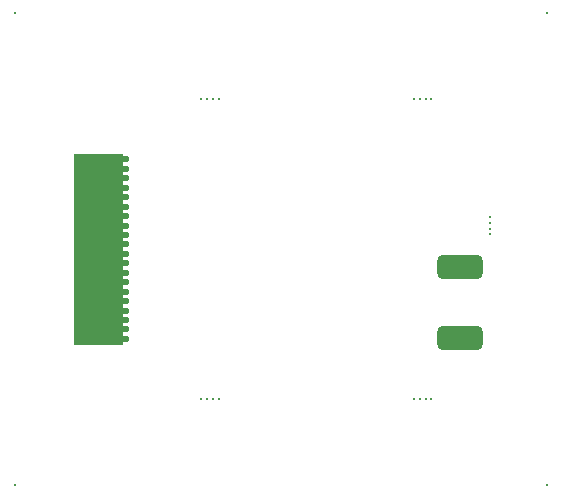
<source format=gbr>
%TF.GenerationSoftware,Altium Limited,Altium Designer,25.2.1 (25)*%
G04 Layer_Color=16711935*
%FSLAX45Y45*%
%MOMM*%
%TF.SameCoordinates,B7DAEB1B-2A83-4E2F-BFC4-A44EEF3E448A*%
%TF.FilePolarity,Negative*%
%TF.FileFunction,Soldermask,Bot*%
%TF.Part,CustomerPanel*%
G01*
G75*
%TA.AperFunction,ConnectorPad*%
G04:AMPARAMS|DCode=58|XSize=2.1mm|YSize=3.9mm|CornerRadius=0.55mm|HoleSize=0mm|Usage=FLASHONLY|Rotation=270.000|XOffset=0mm|YOffset=0mm|HoleType=Round|Shape=RoundedRectangle|*
%AMROUNDEDRECTD58*
21,1,2.10000,2.80000,0,0,270.0*
21,1,1.00000,3.90000,0,0,270.0*
1,1,1.10000,-1.40000,-0.50000*
1,1,1.10000,-1.40000,0.50000*
1,1,1.10000,1.40000,0.50000*
1,1,1.10000,1.40000,-0.50000*
%
%ADD58ROUNDEDRECTD58*%
%TA.AperFunction,SMDPad,CuDef*%
G04:AMPARAMS|DCode=59|XSize=3.28mm|YSize=0.58mm|CornerRadius=0.165mm|HoleSize=0mm|Usage=FLASHONLY|Rotation=0.000|XOffset=0mm|YOffset=0mm|HoleType=Round|Shape=RoundedRectangle|*
%AMROUNDEDRECTD59*
21,1,3.28000,0.25000,0,0,0.0*
21,1,2.95000,0.58000,0,0,0.0*
1,1,0.33000,1.47500,-0.12500*
1,1,0.33000,-1.47500,-0.12500*
1,1,0.33000,-1.47500,0.12500*
1,1,0.33000,1.47500,0.12500*
%
%ADD59ROUNDEDRECTD59*%
%TA.AperFunction,WasherPad*%
G04:AMPARAMS|DCode=60|XSize=0.2032mm|YSize=0.2032mm|CornerRadius=0mm|HoleSize=0mm|Usage=FLASHONLY|Rotation=180.000|XOffset=0mm|YOffset=0mm|HoleType=Round|Shape=RoundedRectangle|*
%AMROUNDEDRECTD60*
21,1,0.20320,0.20320,0,0,180.0*
21,1,0.20320,0.20320,0,0,180.0*
1,1,0.00000,-0.10160,0.10160*
1,1,0.00000,0.10160,0.10160*
1,1,0.00000,0.10160,-0.10160*
1,1,0.00000,-0.10160,-0.10160*
%
%ADD60ROUNDEDRECTD60*%
G04:AMPARAMS|DCode=61|XSize=0.2032mm|YSize=0.2032mm|CornerRadius=0mm|HoleSize=0mm|Usage=FLASHONLY|Rotation=270.000|XOffset=0mm|YOffset=0mm|HoleType=Round|Shape=RoundedRectangle|*
%AMROUNDEDRECTD61*
21,1,0.20320,0.20320,0,0,270.0*
21,1,0.20320,0.20320,0,0,270.0*
1,1,0.00000,-0.10160,-0.10160*
1,1,0.00000,-0.10160,0.10160*
1,1,0.00000,0.10160,0.10160*
1,1,0.00000,0.10160,-0.10160*
%
%ADD61ROUNDEDRECTD61*%
G36*
X1409998Y1689996D02*
X999999D01*
Y3309996D01*
X1409998D01*
Y1689996D01*
D02*
G37*
D58*
X4264997Y2349994D02*
D03*
Y1749995D02*
D03*
D59*
X1299998Y3259994D02*
D03*
Y3019994D02*
D03*
Y3099994D02*
D03*
Y3179994D02*
D03*
Y2859995D02*
D03*
Y2939995D02*
D03*
Y2779995D02*
D03*
Y2699995D02*
D03*
Y2619995D02*
D03*
Y2539995D02*
D03*
Y2459996D02*
D03*
Y2379996D02*
D03*
Y2299996D02*
D03*
Y2219996D02*
D03*
Y2139996D02*
D03*
Y2059996D02*
D03*
Y1979997D02*
D03*
Y1899997D02*
D03*
Y1819997D02*
D03*
Y1739997D02*
D03*
D60*
X5000000Y500000D02*
D03*
Y4500000D02*
D03*
X500000D02*
D03*
Y500000D02*
D03*
X2075000Y1230000D02*
D03*
X2225000D02*
D03*
X2175000D02*
D03*
X2125000D02*
D03*
X3875000D02*
D03*
X4025000D02*
D03*
X3975000D02*
D03*
X3925000D02*
D03*
X4025000Y3770000D02*
D03*
X3875000D02*
D03*
X3925000D02*
D03*
X3975000D02*
D03*
X2175000D02*
D03*
X2125000D02*
D03*
X2075000D02*
D03*
X2225000D02*
D03*
D61*
X4522000Y2625000D02*
D03*
Y2775000D02*
D03*
Y2725000D02*
D03*
Y2675000D02*
D03*
%TF.MD5,204186bf39fe7f13773467f2da58226f*%
M02*

</source>
